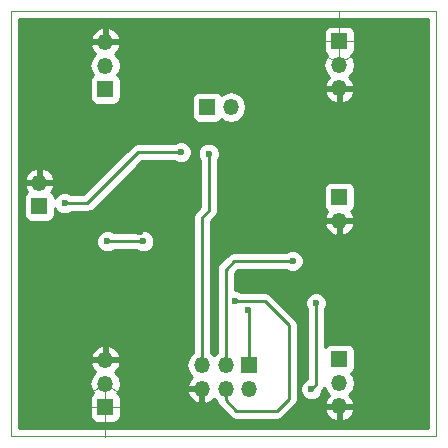
<source format=gbr>
G04 #@! TF.FileFunction,Copper,L2,Bot,Signal*
%FSLAX46Y46*%
G04 Gerber Fmt 4.6, Leading zero omitted, Abs format (unit mm)*
G04 Created by KiCad (PCBNEW 4.0.7) date 01/13/18 19:57:49*
%MOMM*%
%LPD*%
G01*
G04 APERTURE LIST*
%ADD10C,0.100000*%
%ADD11R,1.350000X1.350000*%
%ADD12O,1.350000X1.350000*%
%ADD13C,0.600000*%
%ADD14C,0.250000*%
%ADD15C,0.254000*%
G04 APERTURE END LIST*
D10*
X116000000Y-66000000D02*
X116000000Y-67000000D01*
X152000000Y-66000000D02*
X116000000Y-66000000D01*
X152000000Y-102000000D02*
X152000000Y-66000000D01*
X116000000Y-102000000D02*
X152000000Y-102000000D01*
X116000000Y-67000000D02*
X116000000Y-102000000D01*
X125618666Y-99568000D02*
G75*
G03X125618666Y-99568000I-1666666J0D01*
G01*
X121452000Y-99568000D02*
X126452000Y-99568000D01*
X123952000Y-97068000D02*
X123952000Y-102068000D01*
X145430666Y-68580000D02*
G75*
G03X145430666Y-68580000I-1666666J0D01*
G01*
X141264000Y-68580000D02*
X146264000Y-68580000D01*
X143764000Y-66080000D02*
X143764000Y-71080000D01*
D11*
X123952000Y-72644000D03*
D12*
X123952000Y-70644000D03*
X123952000Y-68644000D03*
D11*
X123952000Y-99568000D03*
D12*
X123952000Y-97568000D03*
X123952000Y-95568000D03*
D11*
X143764000Y-95504000D03*
D12*
X143764000Y-97504000D03*
X143764000Y-99504000D03*
D11*
X143764000Y-68580000D03*
D12*
X143764000Y-70580000D03*
X143764000Y-72580000D03*
D11*
X132588000Y-74168000D03*
D12*
X134588000Y-74168000D03*
D11*
X143764000Y-81788000D03*
D12*
X143764000Y-83788000D03*
D11*
X118364000Y-82550000D03*
D12*
X118364000Y-80550000D03*
D11*
X136144000Y-96012000D03*
D12*
X136144000Y-98012000D03*
X134144000Y-96012000D03*
X134144000Y-98012000D03*
X132144000Y-96012000D03*
X132144000Y-98012000D03*
D13*
X126936500Y-84709000D03*
X126936500Y-83121500D03*
X136080500Y-91376500D03*
X127190500Y-85534500D03*
X124142500Y-85534500D03*
X141795500Y-90741500D03*
X141414500Y-98044000D03*
X139827000Y-87185500D03*
X134937500Y-90614500D03*
X132715000Y-78105000D03*
X120523000Y-82296000D03*
X130365500Y-77978000D03*
D14*
X126936500Y-83121500D02*
X126936500Y-83185000D01*
X136144000Y-96012000D02*
X136144000Y-91376500D01*
X136144000Y-91376500D02*
X136080500Y-91376500D01*
X124142500Y-85534500D02*
X127190500Y-85534500D01*
X141795500Y-97663000D02*
X141795500Y-90741500D01*
X141414500Y-98044000D02*
X141795500Y-97663000D01*
X134144000Y-96012000D02*
X134144000Y-87915500D01*
X134874000Y-87185500D02*
X139827000Y-87185500D01*
X134144000Y-87915500D02*
X134874000Y-87185500D01*
X134144000Y-98012000D02*
X134144000Y-98965000D01*
X137477500Y-90614500D02*
X134937500Y-90614500D01*
X139509500Y-92646500D02*
X137477500Y-90614500D01*
X139509500Y-98869500D02*
X139509500Y-92646500D01*
X138493500Y-99885500D02*
X139509500Y-98869500D01*
X135064500Y-99885500D02*
X138493500Y-99885500D01*
X134144000Y-98965000D02*
X135064500Y-99885500D01*
X132144000Y-96012000D02*
X132144000Y-83502000D01*
X132715000Y-82931000D02*
X132715000Y-78105000D01*
X132144000Y-83502000D02*
X132715000Y-82931000D01*
X122428000Y-82296000D02*
X120523000Y-82296000D01*
X126746000Y-77978000D02*
X122428000Y-82296000D01*
X130365500Y-77978000D02*
X126746000Y-77978000D01*
D15*
G36*
X151315000Y-101315000D02*
X116685000Y-101315000D01*
X116685000Y-97568000D01*
X122616336Y-97568000D01*
X122716054Y-98069315D01*
X122917008Y-98370064D01*
X122825559Y-98428910D01*
X122680569Y-98641110D01*
X122629560Y-98893000D01*
X122629560Y-100243000D01*
X122673838Y-100478317D01*
X122812910Y-100694441D01*
X123025110Y-100839431D01*
X123277000Y-100890440D01*
X124627000Y-100890440D01*
X124862317Y-100846162D01*
X125078441Y-100707090D01*
X125223431Y-100494890D01*
X125274440Y-100243000D01*
X125274440Y-98893000D01*
X125230162Y-98657683D01*
X125091090Y-98441559D01*
X124986823Y-98370317D01*
X125006143Y-98341402D01*
X130876080Y-98341402D01*
X131098651Y-98801540D01*
X131480367Y-99141478D01*
X131814600Y-99279910D01*
X132017000Y-99156224D01*
X132017000Y-98139000D01*
X130998910Y-98139000D01*
X130876080Y-98341402D01*
X125006143Y-98341402D01*
X125187946Y-98069315D01*
X125287664Y-97568000D01*
X125187946Y-97066685D01*
X124903974Y-96641690D01*
X124786314Y-96563072D01*
X125081478Y-96231633D01*
X125183074Y-95986336D01*
X130834000Y-95986336D01*
X130834000Y-96037664D01*
X130933718Y-96538979D01*
X131217690Y-96963974D01*
X131315510Y-97029335D01*
X131098651Y-97222460D01*
X130876080Y-97682598D01*
X130998910Y-97885000D01*
X132017000Y-97885000D01*
X132017000Y-97865000D01*
X132271000Y-97865000D01*
X132271000Y-97885000D01*
X132291000Y-97885000D01*
X132291000Y-98139000D01*
X132271000Y-98139000D01*
X132271000Y-99156224D01*
X132473400Y-99279910D01*
X132807633Y-99141478D01*
X133139072Y-98846314D01*
X133217690Y-98963974D01*
X133409257Y-99091975D01*
X133441852Y-99255839D01*
X133606599Y-99502401D01*
X134527099Y-100422901D01*
X134773661Y-100587648D01*
X135064500Y-100645500D01*
X138493500Y-100645500D01*
X138784339Y-100587648D01*
X139030901Y-100422901D01*
X139620402Y-99833400D01*
X142496090Y-99833400D01*
X142634522Y-100167633D01*
X142974460Y-100549349D01*
X143434598Y-100771920D01*
X143637000Y-100649090D01*
X143637000Y-99631000D01*
X143891000Y-99631000D01*
X143891000Y-100649090D01*
X144093402Y-100771920D01*
X144553540Y-100549349D01*
X144893478Y-100167633D01*
X145031910Y-99833400D01*
X144908224Y-99631000D01*
X143891000Y-99631000D01*
X143637000Y-99631000D01*
X142619776Y-99631000D01*
X142496090Y-99833400D01*
X139620402Y-99833400D01*
X140046901Y-99406901D01*
X140211648Y-99160339D01*
X140269500Y-98869500D01*
X140269500Y-98229167D01*
X140479338Y-98229167D01*
X140621383Y-98572943D01*
X140884173Y-98836192D01*
X141227701Y-98978838D01*
X141599667Y-98979162D01*
X141943443Y-98837117D01*
X142206692Y-98574327D01*
X142349338Y-98230799D01*
X142349386Y-98175730D01*
X142497648Y-97953840D01*
X142507731Y-97903147D01*
X142528054Y-98005315D01*
X142812026Y-98430310D01*
X142929686Y-98508928D01*
X142634522Y-98840367D01*
X142496090Y-99174600D01*
X142619776Y-99377000D01*
X143637000Y-99377000D01*
X143637000Y-99357000D01*
X143891000Y-99357000D01*
X143891000Y-99377000D01*
X144908224Y-99377000D01*
X145031910Y-99174600D01*
X144893478Y-98840367D01*
X144598314Y-98508928D01*
X144715974Y-98430310D01*
X144999946Y-98005315D01*
X145099664Y-97504000D01*
X144999946Y-97002685D01*
X144798992Y-96701936D01*
X144890441Y-96643090D01*
X145035431Y-96430890D01*
X145086440Y-96179000D01*
X145086440Y-94829000D01*
X145042162Y-94593683D01*
X144903090Y-94377559D01*
X144690890Y-94232569D01*
X144439000Y-94181560D01*
X143089000Y-94181560D01*
X142853683Y-94225838D01*
X142637559Y-94364910D01*
X142555500Y-94485007D01*
X142555500Y-91303963D01*
X142587692Y-91271827D01*
X142730338Y-90928299D01*
X142730662Y-90556333D01*
X142588617Y-90212557D01*
X142325827Y-89949308D01*
X141982299Y-89806662D01*
X141610333Y-89806338D01*
X141266557Y-89948383D01*
X141003308Y-90211173D01*
X140860662Y-90554701D01*
X140860338Y-90926667D01*
X141002383Y-91270443D01*
X141035500Y-91303618D01*
X141035500Y-97188928D01*
X140885557Y-97250883D01*
X140622308Y-97513673D01*
X140479662Y-97857201D01*
X140479338Y-98229167D01*
X140269500Y-98229167D01*
X140269500Y-92646500D01*
X140211648Y-92355661D01*
X140046901Y-92109099D01*
X138014901Y-90077099D01*
X137768339Y-89912352D01*
X137477500Y-89854500D01*
X135499963Y-89854500D01*
X135467827Y-89822308D01*
X135124299Y-89679662D01*
X134904000Y-89679470D01*
X134904000Y-88230302D01*
X135188802Y-87945500D01*
X139264537Y-87945500D01*
X139296673Y-87977692D01*
X139640201Y-88120338D01*
X140012167Y-88120662D01*
X140355943Y-87978617D01*
X140619192Y-87715827D01*
X140761838Y-87372299D01*
X140762162Y-87000333D01*
X140620117Y-86656557D01*
X140357327Y-86393308D01*
X140013799Y-86250662D01*
X139641833Y-86250338D01*
X139298057Y-86392383D01*
X139264882Y-86425500D01*
X134874000Y-86425500D01*
X134583161Y-86483352D01*
X134336599Y-86648099D01*
X133606599Y-87378099D01*
X133441852Y-87624661D01*
X133384000Y-87915500D01*
X133384000Y-94948901D01*
X133217690Y-95060026D01*
X133144000Y-95170311D01*
X133070310Y-95060026D01*
X132904000Y-94948901D01*
X132904000Y-84117400D01*
X142496090Y-84117400D01*
X142634522Y-84451633D01*
X142974460Y-84833349D01*
X143434598Y-85055920D01*
X143637000Y-84933090D01*
X143637000Y-83915000D01*
X143891000Y-83915000D01*
X143891000Y-84933090D01*
X144093402Y-85055920D01*
X144553540Y-84833349D01*
X144893478Y-84451633D01*
X145031910Y-84117400D01*
X144908224Y-83915000D01*
X143891000Y-83915000D01*
X143637000Y-83915000D01*
X142619776Y-83915000D01*
X142496090Y-84117400D01*
X132904000Y-84117400D01*
X132904000Y-83816802D01*
X133252401Y-83468401D01*
X133417148Y-83221839D01*
X133475000Y-82931000D01*
X133475000Y-81113000D01*
X142441560Y-81113000D01*
X142441560Y-82463000D01*
X142485838Y-82698317D01*
X142624910Y-82914441D01*
X142747113Y-82997939D01*
X142634522Y-83124367D01*
X142496090Y-83458600D01*
X142619776Y-83661000D01*
X143637000Y-83661000D01*
X143637000Y-83641000D01*
X143891000Y-83641000D01*
X143891000Y-83661000D01*
X144908224Y-83661000D01*
X145031910Y-83458600D01*
X144893478Y-83124367D01*
X144780687Y-82997715D01*
X144890441Y-82927090D01*
X145035431Y-82714890D01*
X145086440Y-82463000D01*
X145086440Y-81113000D01*
X145042162Y-80877683D01*
X144903090Y-80661559D01*
X144690890Y-80516569D01*
X144439000Y-80465560D01*
X143089000Y-80465560D01*
X142853683Y-80509838D01*
X142637559Y-80648910D01*
X142492569Y-80861110D01*
X142441560Y-81113000D01*
X133475000Y-81113000D01*
X133475000Y-78667463D01*
X133507192Y-78635327D01*
X133649838Y-78291799D01*
X133650162Y-77919833D01*
X133508117Y-77576057D01*
X133245327Y-77312808D01*
X132901799Y-77170162D01*
X132529833Y-77169838D01*
X132186057Y-77311883D01*
X131922808Y-77574673D01*
X131780162Y-77918201D01*
X131779838Y-78290167D01*
X131921883Y-78633943D01*
X131955000Y-78667118D01*
X131955000Y-82616198D01*
X131606599Y-82964599D01*
X131441852Y-83211161D01*
X131384000Y-83502000D01*
X131384000Y-94948901D01*
X131217690Y-95060026D01*
X130933718Y-95485021D01*
X130834000Y-95986336D01*
X125183074Y-95986336D01*
X125219910Y-95897400D01*
X125096224Y-95695000D01*
X124079000Y-95695000D01*
X124079000Y-95715000D01*
X123825000Y-95715000D01*
X123825000Y-95695000D01*
X122807776Y-95695000D01*
X122684090Y-95897400D01*
X122822522Y-96231633D01*
X123117686Y-96563072D01*
X123000026Y-96641690D01*
X122716054Y-97066685D01*
X122616336Y-97568000D01*
X116685000Y-97568000D01*
X116685000Y-95238600D01*
X122684090Y-95238600D01*
X122807776Y-95441000D01*
X123825000Y-95441000D01*
X123825000Y-94422910D01*
X124079000Y-94422910D01*
X124079000Y-95441000D01*
X125096224Y-95441000D01*
X125219910Y-95238600D01*
X125081478Y-94904367D01*
X124741540Y-94522651D01*
X124281402Y-94300080D01*
X124079000Y-94422910D01*
X123825000Y-94422910D01*
X123622598Y-94300080D01*
X123162460Y-94522651D01*
X122822522Y-94904367D01*
X122684090Y-95238600D01*
X116685000Y-95238600D01*
X116685000Y-85719667D01*
X123207338Y-85719667D01*
X123349383Y-86063443D01*
X123612173Y-86326692D01*
X123955701Y-86469338D01*
X124327667Y-86469662D01*
X124671443Y-86327617D01*
X124704618Y-86294500D01*
X126628037Y-86294500D01*
X126660173Y-86326692D01*
X127003701Y-86469338D01*
X127375667Y-86469662D01*
X127719443Y-86327617D01*
X127982692Y-86064827D01*
X128125338Y-85721299D01*
X128125662Y-85349333D01*
X127983617Y-85005557D01*
X127720827Y-84742308D01*
X127377299Y-84599662D01*
X127005333Y-84599338D01*
X126661557Y-84741383D01*
X126628382Y-84774500D01*
X124704963Y-84774500D01*
X124672827Y-84742308D01*
X124329299Y-84599662D01*
X123957333Y-84599338D01*
X123613557Y-84741383D01*
X123350308Y-85004173D01*
X123207662Y-85347701D01*
X123207338Y-85719667D01*
X116685000Y-85719667D01*
X116685000Y-81875000D01*
X117041560Y-81875000D01*
X117041560Y-83225000D01*
X117085838Y-83460317D01*
X117224910Y-83676441D01*
X117437110Y-83821431D01*
X117689000Y-83872440D01*
X119039000Y-83872440D01*
X119274317Y-83828162D01*
X119490441Y-83689090D01*
X119635431Y-83476890D01*
X119686440Y-83225000D01*
X119686440Y-82719803D01*
X119729883Y-82824943D01*
X119992673Y-83088192D01*
X120336201Y-83230838D01*
X120708167Y-83231162D01*
X121051943Y-83089117D01*
X121085118Y-83056000D01*
X122428000Y-83056000D01*
X122718839Y-82998148D01*
X122965401Y-82833401D01*
X127060802Y-78738000D01*
X129803037Y-78738000D01*
X129835173Y-78770192D01*
X130178701Y-78912838D01*
X130550667Y-78913162D01*
X130894443Y-78771117D01*
X131157692Y-78508327D01*
X131300338Y-78164799D01*
X131300662Y-77792833D01*
X131158617Y-77449057D01*
X130895827Y-77185808D01*
X130552299Y-77043162D01*
X130180333Y-77042838D01*
X129836557Y-77184883D01*
X129803382Y-77218000D01*
X126746000Y-77218000D01*
X126455161Y-77275852D01*
X126208599Y-77440599D01*
X122113198Y-81536000D01*
X121085463Y-81536000D01*
X121053327Y-81503808D01*
X120709799Y-81361162D01*
X120337833Y-81360838D01*
X119994057Y-81502883D01*
X119730808Y-81765673D01*
X119686119Y-81873295D01*
X119642162Y-81639683D01*
X119503090Y-81423559D01*
X119380887Y-81340061D01*
X119493478Y-81213633D01*
X119631910Y-80879400D01*
X119508224Y-80677000D01*
X118491000Y-80677000D01*
X118491000Y-80697000D01*
X118237000Y-80697000D01*
X118237000Y-80677000D01*
X117219776Y-80677000D01*
X117096090Y-80879400D01*
X117234522Y-81213633D01*
X117347313Y-81340285D01*
X117237559Y-81410910D01*
X117092569Y-81623110D01*
X117041560Y-81875000D01*
X116685000Y-81875000D01*
X116685000Y-80220600D01*
X117096090Y-80220600D01*
X117219776Y-80423000D01*
X118237000Y-80423000D01*
X118237000Y-79404910D01*
X118491000Y-79404910D01*
X118491000Y-80423000D01*
X119508224Y-80423000D01*
X119631910Y-80220600D01*
X119493478Y-79886367D01*
X119153540Y-79504651D01*
X118693402Y-79282080D01*
X118491000Y-79404910D01*
X118237000Y-79404910D01*
X118034598Y-79282080D01*
X117574460Y-79504651D01*
X117234522Y-79886367D01*
X117096090Y-80220600D01*
X116685000Y-80220600D01*
X116685000Y-70644000D01*
X122616336Y-70644000D01*
X122716054Y-71145315D01*
X122917008Y-71446064D01*
X122825559Y-71504910D01*
X122680569Y-71717110D01*
X122629560Y-71969000D01*
X122629560Y-73319000D01*
X122673838Y-73554317D01*
X122812910Y-73770441D01*
X123025110Y-73915431D01*
X123277000Y-73966440D01*
X124627000Y-73966440D01*
X124862317Y-73922162D01*
X125078441Y-73783090D01*
X125223431Y-73570890D01*
X125239204Y-73493000D01*
X131265560Y-73493000D01*
X131265560Y-74843000D01*
X131309838Y-75078317D01*
X131448910Y-75294441D01*
X131661110Y-75439431D01*
X131913000Y-75490440D01*
X133263000Y-75490440D01*
X133498317Y-75446162D01*
X133714441Y-75307090D01*
X133785683Y-75202823D01*
X134086685Y-75403946D01*
X134588000Y-75503664D01*
X135089315Y-75403946D01*
X135514310Y-75119974D01*
X135798282Y-74694979D01*
X135898000Y-74193664D01*
X135898000Y-74142336D01*
X135798282Y-73641021D01*
X135514310Y-73216026D01*
X135089315Y-72932054D01*
X134975426Y-72909400D01*
X142496090Y-72909400D01*
X142634522Y-73243633D01*
X142974460Y-73625349D01*
X143434598Y-73847920D01*
X143637000Y-73725090D01*
X143637000Y-72707000D01*
X143891000Y-72707000D01*
X143891000Y-73725090D01*
X144093402Y-73847920D01*
X144553540Y-73625349D01*
X144893478Y-73243633D01*
X145031910Y-72909400D01*
X144908224Y-72707000D01*
X143891000Y-72707000D01*
X143637000Y-72707000D01*
X142619776Y-72707000D01*
X142496090Y-72909400D01*
X134975426Y-72909400D01*
X134588000Y-72832336D01*
X134086685Y-72932054D01*
X133785936Y-73133008D01*
X133727090Y-73041559D01*
X133514890Y-72896569D01*
X133263000Y-72845560D01*
X131913000Y-72845560D01*
X131677683Y-72889838D01*
X131461559Y-73028910D01*
X131316569Y-73241110D01*
X131265560Y-73493000D01*
X125239204Y-73493000D01*
X125274440Y-73319000D01*
X125274440Y-71969000D01*
X125230162Y-71733683D01*
X125091090Y-71517559D01*
X124986823Y-71446317D01*
X125187946Y-71145315D01*
X125287664Y-70644000D01*
X125274934Y-70580000D01*
X142428336Y-70580000D01*
X142528054Y-71081315D01*
X142812026Y-71506310D01*
X142929686Y-71584928D01*
X142634522Y-71916367D01*
X142496090Y-72250600D01*
X142619776Y-72453000D01*
X143637000Y-72453000D01*
X143637000Y-72433000D01*
X143891000Y-72433000D01*
X143891000Y-72453000D01*
X144908224Y-72453000D01*
X145031910Y-72250600D01*
X144893478Y-71916367D01*
X144598314Y-71584928D01*
X144715974Y-71506310D01*
X144999946Y-71081315D01*
X145099664Y-70580000D01*
X144999946Y-70078685D01*
X144798992Y-69777936D01*
X144890441Y-69719090D01*
X145035431Y-69506890D01*
X145086440Y-69255000D01*
X145086440Y-67905000D01*
X145042162Y-67669683D01*
X144903090Y-67453559D01*
X144690890Y-67308569D01*
X144439000Y-67257560D01*
X143089000Y-67257560D01*
X142853683Y-67301838D01*
X142637559Y-67440910D01*
X142492569Y-67653110D01*
X142441560Y-67905000D01*
X142441560Y-69255000D01*
X142485838Y-69490317D01*
X142624910Y-69706441D01*
X142729177Y-69777683D01*
X142528054Y-70078685D01*
X142428336Y-70580000D01*
X125274934Y-70580000D01*
X125187946Y-70142685D01*
X124903974Y-69717690D01*
X124786314Y-69639072D01*
X125081478Y-69307633D01*
X125219910Y-68973400D01*
X125096224Y-68771000D01*
X124079000Y-68771000D01*
X124079000Y-68791000D01*
X123825000Y-68791000D01*
X123825000Y-68771000D01*
X122807776Y-68771000D01*
X122684090Y-68973400D01*
X122822522Y-69307633D01*
X123117686Y-69639072D01*
X123000026Y-69717690D01*
X122716054Y-70142685D01*
X122616336Y-70644000D01*
X116685000Y-70644000D01*
X116685000Y-68314600D01*
X122684090Y-68314600D01*
X122807776Y-68517000D01*
X123825000Y-68517000D01*
X123825000Y-67498910D01*
X124079000Y-67498910D01*
X124079000Y-68517000D01*
X125096224Y-68517000D01*
X125219910Y-68314600D01*
X125081478Y-67980367D01*
X124741540Y-67598651D01*
X124281402Y-67376080D01*
X124079000Y-67498910D01*
X123825000Y-67498910D01*
X123622598Y-67376080D01*
X123162460Y-67598651D01*
X122822522Y-67980367D01*
X122684090Y-68314600D01*
X116685000Y-68314600D01*
X116685000Y-66685000D01*
X151315000Y-66685000D01*
X151315000Y-101315000D01*
X151315000Y-101315000D01*
G37*
X151315000Y-101315000D02*
X116685000Y-101315000D01*
X116685000Y-97568000D01*
X122616336Y-97568000D01*
X122716054Y-98069315D01*
X122917008Y-98370064D01*
X122825559Y-98428910D01*
X122680569Y-98641110D01*
X122629560Y-98893000D01*
X122629560Y-100243000D01*
X122673838Y-100478317D01*
X122812910Y-100694441D01*
X123025110Y-100839431D01*
X123277000Y-100890440D01*
X124627000Y-100890440D01*
X124862317Y-100846162D01*
X125078441Y-100707090D01*
X125223431Y-100494890D01*
X125274440Y-100243000D01*
X125274440Y-98893000D01*
X125230162Y-98657683D01*
X125091090Y-98441559D01*
X124986823Y-98370317D01*
X125006143Y-98341402D01*
X130876080Y-98341402D01*
X131098651Y-98801540D01*
X131480367Y-99141478D01*
X131814600Y-99279910D01*
X132017000Y-99156224D01*
X132017000Y-98139000D01*
X130998910Y-98139000D01*
X130876080Y-98341402D01*
X125006143Y-98341402D01*
X125187946Y-98069315D01*
X125287664Y-97568000D01*
X125187946Y-97066685D01*
X124903974Y-96641690D01*
X124786314Y-96563072D01*
X125081478Y-96231633D01*
X125183074Y-95986336D01*
X130834000Y-95986336D01*
X130834000Y-96037664D01*
X130933718Y-96538979D01*
X131217690Y-96963974D01*
X131315510Y-97029335D01*
X131098651Y-97222460D01*
X130876080Y-97682598D01*
X130998910Y-97885000D01*
X132017000Y-97885000D01*
X132017000Y-97865000D01*
X132271000Y-97865000D01*
X132271000Y-97885000D01*
X132291000Y-97885000D01*
X132291000Y-98139000D01*
X132271000Y-98139000D01*
X132271000Y-99156224D01*
X132473400Y-99279910D01*
X132807633Y-99141478D01*
X133139072Y-98846314D01*
X133217690Y-98963974D01*
X133409257Y-99091975D01*
X133441852Y-99255839D01*
X133606599Y-99502401D01*
X134527099Y-100422901D01*
X134773661Y-100587648D01*
X135064500Y-100645500D01*
X138493500Y-100645500D01*
X138784339Y-100587648D01*
X139030901Y-100422901D01*
X139620402Y-99833400D01*
X142496090Y-99833400D01*
X142634522Y-100167633D01*
X142974460Y-100549349D01*
X143434598Y-100771920D01*
X143637000Y-100649090D01*
X143637000Y-99631000D01*
X143891000Y-99631000D01*
X143891000Y-100649090D01*
X144093402Y-100771920D01*
X144553540Y-100549349D01*
X144893478Y-100167633D01*
X145031910Y-99833400D01*
X144908224Y-99631000D01*
X143891000Y-99631000D01*
X143637000Y-99631000D01*
X142619776Y-99631000D01*
X142496090Y-99833400D01*
X139620402Y-99833400D01*
X140046901Y-99406901D01*
X140211648Y-99160339D01*
X140269500Y-98869500D01*
X140269500Y-98229167D01*
X140479338Y-98229167D01*
X140621383Y-98572943D01*
X140884173Y-98836192D01*
X141227701Y-98978838D01*
X141599667Y-98979162D01*
X141943443Y-98837117D01*
X142206692Y-98574327D01*
X142349338Y-98230799D01*
X142349386Y-98175730D01*
X142497648Y-97953840D01*
X142507731Y-97903147D01*
X142528054Y-98005315D01*
X142812026Y-98430310D01*
X142929686Y-98508928D01*
X142634522Y-98840367D01*
X142496090Y-99174600D01*
X142619776Y-99377000D01*
X143637000Y-99377000D01*
X143637000Y-99357000D01*
X143891000Y-99357000D01*
X143891000Y-99377000D01*
X144908224Y-99377000D01*
X145031910Y-99174600D01*
X144893478Y-98840367D01*
X144598314Y-98508928D01*
X144715974Y-98430310D01*
X144999946Y-98005315D01*
X145099664Y-97504000D01*
X144999946Y-97002685D01*
X144798992Y-96701936D01*
X144890441Y-96643090D01*
X145035431Y-96430890D01*
X145086440Y-96179000D01*
X145086440Y-94829000D01*
X145042162Y-94593683D01*
X144903090Y-94377559D01*
X144690890Y-94232569D01*
X144439000Y-94181560D01*
X143089000Y-94181560D01*
X142853683Y-94225838D01*
X142637559Y-94364910D01*
X142555500Y-94485007D01*
X142555500Y-91303963D01*
X142587692Y-91271827D01*
X142730338Y-90928299D01*
X142730662Y-90556333D01*
X142588617Y-90212557D01*
X142325827Y-89949308D01*
X141982299Y-89806662D01*
X141610333Y-89806338D01*
X141266557Y-89948383D01*
X141003308Y-90211173D01*
X140860662Y-90554701D01*
X140860338Y-90926667D01*
X141002383Y-91270443D01*
X141035500Y-91303618D01*
X141035500Y-97188928D01*
X140885557Y-97250883D01*
X140622308Y-97513673D01*
X140479662Y-97857201D01*
X140479338Y-98229167D01*
X140269500Y-98229167D01*
X140269500Y-92646500D01*
X140211648Y-92355661D01*
X140046901Y-92109099D01*
X138014901Y-90077099D01*
X137768339Y-89912352D01*
X137477500Y-89854500D01*
X135499963Y-89854500D01*
X135467827Y-89822308D01*
X135124299Y-89679662D01*
X134904000Y-89679470D01*
X134904000Y-88230302D01*
X135188802Y-87945500D01*
X139264537Y-87945500D01*
X139296673Y-87977692D01*
X139640201Y-88120338D01*
X140012167Y-88120662D01*
X140355943Y-87978617D01*
X140619192Y-87715827D01*
X140761838Y-87372299D01*
X140762162Y-87000333D01*
X140620117Y-86656557D01*
X140357327Y-86393308D01*
X140013799Y-86250662D01*
X139641833Y-86250338D01*
X139298057Y-86392383D01*
X139264882Y-86425500D01*
X134874000Y-86425500D01*
X134583161Y-86483352D01*
X134336599Y-86648099D01*
X133606599Y-87378099D01*
X133441852Y-87624661D01*
X133384000Y-87915500D01*
X133384000Y-94948901D01*
X133217690Y-95060026D01*
X133144000Y-95170311D01*
X133070310Y-95060026D01*
X132904000Y-94948901D01*
X132904000Y-84117400D01*
X142496090Y-84117400D01*
X142634522Y-84451633D01*
X142974460Y-84833349D01*
X143434598Y-85055920D01*
X143637000Y-84933090D01*
X143637000Y-83915000D01*
X143891000Y-83915000D01*
X143891000Y-84933090D01*
X144093402Y-85055920D01*
X144553540Y-84833349D01*
X144893478Y-84451633D01*
X145031910Y-84117400D01*
X144908224Y-83915000D01*
X143891000Y-83915000D01*
X143637000Y-83915000D01*
X142619776Y-83915000D01*
X142496090Y-84117400D01*
X132904000Y-84117400D01*
X132904000Y-83816802D01*
X133252401Y-83468401D01*
X133417148Y-83221839D01*
X133475000Y-82931000D01*
X133475000Y-81113000D01*
X142441560Y-81113000D01*
X142441560Y-82463000D01*
X142485838Y-82698317D01*
X142624910Y-82914441D01*
X142747113Y-82997939D01*
X142634522Y-83124367D01*
X142496090Y-83458600D01*
X142619776Y-83661000D01*
X143637000Y-83661000D01*
X143637000Y-83641000D01*
X143891000Y-83641000D01*
X143891000Y-83661000D01*
X144908224Y-83661000D01*
X145031910Y-83458600D01*
X144893478Y-83124367D01*
X144780687Y-82997715D01*
X144890441Y-82927090D01*
X145035431Y-82714890D01*
X145086440Y-82463000D01*
X145086440Y-81113000D01*
X145042162Y-80877683D01*
X144903090Y-80661559D01*
X144690890Y-80516569D01*
X144439000Y-80465560D01*
X143089000Y-80465560D01*
X142853683Y-80509838D01*
X142637559Y-80648910D01*
X142492569Y-80861110D01*
X142441560Y-81113000D01*
X133475000Y-81113000D01*
X133475000Y-78667463D01*
X133507192Y-78635327D01*
X133649838Y-78291799D01*
X133650162Y-77919833D01*
X133508117Y-77576057D01*
X133245327Y-77312808D01*
X132901799Y-77170162D01*
X132529833Y-77169838D01*
X132186057Y-77311883D01*
X131922808Y-77574673D01*
X131780162Y-77918201D01*
X131779838Y-78290167D01*
X131921883Y-78633943D01*
X131955000Y-78667118D01*
X131955000Y-82616198D01*
X131606599Y-82964599D01*
X131441852Y-83211161D01*
X131384000Y-83502000D01*
X131384000Y-94948901D01*
X131217690Y-95060026D01*
X130933718Y-95485021D01*
X130834000Y-95986336D01*
X125183074Y-95986336D01*
X125219910Y-95897400D01*
X125096224Y-95695000D01*
X124079000Y-95695000D01*
X124079000Y-95715000D01*
X123825000Y-95715000D01*
X123825000Y-95695000D01*
X122807776Y-95695000D01*
X122684090Y-95897400D01*
X122822522Y-96231633D01*
X123117686Y-96563072D01*
X123000026Y-96641690D01*
X122716054Y-97066685D01*
X122616336Y-97568000D01*
X116685000Y-97568000D01*
X116685000Y-95238600D01*
X122684090Y-95238600D01*
X122807776Y-95441000D01*
X123825000Y-95441000D01*
X123825000Y-94422910D01*
X124079000Y-94422910D01*
X124079000Y-95441000D01*
X125096224Y-95441000D01*
X125219910Y-95238600D01*
X125081478Y-94904367D01*
X124741540Y-94522651D01*
X124281402Y-94300080D01*
X124079000Y-94422910D01*
X123825000Y-94422910D01*
X123622598Y-94300080D01*
X123162460Y-94522651D01*
X122822522Y-94904367D01*
X122684090Y-95238600D01*
X116685000Y-95238600D01*
X116685000Y-85719667D01*
X123207338Y-85719667D01*
X123349383Y-86063443D01*
X123612173Y-86326692D01*
X123955701Y-86469338D01*
X124327667Y-86469662D01*
X124671443Y-86327617D01*
X124704618Y-86294500D01*
X126628037Y-86294500D01*
X126660173Y-86326692D01*
X127003701Y-86469338D01*
X127375667Y-86469662D01*
X127719443Y-86327617D01*
X127982692Y-86064827D01*
X128125338Y-85721299D01*
X128125662Y-85349333D01*
X127983617Y-85005557D01*
X127720827Y-84742308D01*
X127377299Y-84599662D01*
X127005333Y-84599338D01*
X126661557Y-84741383D01*
X126628382Y-84774500D01*
X124704963Y-84774500D01*
X124672827Y-84742308D01*
X124329299Y-84599662D01*
X123957333Y-84599338D01*
X123613557Y-84741383D01*
X123350308Y-85004173D01*
X123207662Y-85347701D01*
X123207338Y-85719667D01*
X116685000Y-85719667D01*
X116685000Y-81875000D01*
X117041560Y-81875000D01*
X117041560Y-83225000D01*
X117085838Y-83460317D01*
X117224910Y-83676441D01*
X117437110Y-83821431D01*
X117689000Y-83872440D01*
X119039000Y-83872440D01*
X119274317Y-83828162D01*
X119490441Y-83689090D01*
X119635431Y-83476890D01*
X119686440Y-83225000D01*
X119686440Y-82719803D01*
X119729883Y-82824943D01*
X119992673Y-83088192D01*
X120336201Y-83230838D01*
X120708167Y-83231162D01*
X121051943Y-83089117D01*
X121085118Y-83056000D01*
X122428000Y-83056000D01*
X122718839Y-82998148D01*
X122965401Y-82833401D01*
X127060802Y-78738000D01*
X129803037Y-78738000D01*
X129835173Y-78770192D01*
X130178701Y-78912838D01*
X130550667Y-78913162D01*
X130894443Y-78771117D01*
X131157692Y-78508327D01*
X131300338Y-78164799D01*
X131300662Y-77792833D01*
X131158617Y-77449057D01*
X130895827Y-77185808D01*
X130552299Y-77043162D01*
X130180333Y-77042838D01*
X129836557Y-77184883D01*
X129803382Y-77218000D01*
X126746000Y-77218000D01*
X126455161Y-77275852D01*
X126208599Y-77440599D01*
X122113198Y-81536000D01*
X121085463Y-81536000D01*
X121053327Y-81503808D01*
X120709799Y-81361162D01*
X120337833Y-81360838D01*
X119994057Y-81502883D01*
X119730808Y-81765673D01*
X119686119Y-81873295D01*
X119642162Y-81639683D01*
X119503090Y-81423559D01*
X119380887Y-81340061D01*
X119493478Y-81213633D01*
X119631910Y-80879400D01*
X119508224Y-80677000D01*
X118491000Y-80677000D01*
X118491000Y-80697000D01*
X118237000Y-80697000D01*
X118237000Y-80677000D01*
X117219776Y-80677000D01*
X117096090Y-80879400D01*
X117234522Y-81213633D01*
X117347313Y-81340285D01*
X117237559Y-81410910D01*
X117092569Y-81623110D01*
X117041560Y-81875000D01*
X116685000Y-81875000D01*
X116685000Y-80220600D01*
X117096090Y-80220600D01*
X117219776Y-80423000D01*
X118237000Y-80423000D01*
X118237000Y-79404910D01*
X118491000Y-79404910D01*
X118491000Y-80423000D01*
X119508224Y-80423000D01*
X119631910Y-80220600D01*
X119493478Y-79886367D01*
X119153540Y-79504651D01*
X118693402Y-79282080D01*
X118491000Y-79404910D01*
X118237000Y-79404910D01*
X118034598Y-79282080D01*
X117574460Y-79504651D01*
X117234522Y-79886367D01*
X117096090Y-80220600D01*
X116685000Y-80220600D01*
X116685000Y-70644000D01*
X122616336Y-70644000D01*
X122716054Y-71145315D01*
X122917008Y-71446064D01*
X122825559Y-71504910D01*
X122680569Y-71717110D01*
X122629560Y-71969000D01*
X122629560Y-73319000D01*
X122673838Y-73554317D01*
X122812910Y-73770441D01*
X123025110Y-73915431D01*
X123277000Y-73966440D01*
X124627000Y-73966440D01*
X124862317Y-73922162D01*
X125078441Y-73783090D01*
X125223431Y-73570890D01*
X125239204Y-73493000D01*
X131265560Y-73493000D01*
X131265560Y-74843000D01*
X131309838Y-75078317D01*
X131448910Y-75294441D01*
X131661110Y-75439431D01*
X131913000Y-75490440D01*
X133263000Y-75490440D01*
X133498317Y-75446162D01*
X133714441Y-75307090D01*
X133785683Y-75202823D01*
X134086685Y-75403946D01*
X134588000Y-75503664D01*
X135089315Y-75403946D01*
X135514310Y-75119974D01*
X135798282Y-74694979D01*
X135898000Y-74193664D01*
X135898000Y-74142336D01*
X135798282Y-73641021D01*
X135514310Y-73216026D01*
X135089315Y-72932054D01*
X134975426Y-72909400D01*
X142496090Y-72909400D01*
X142634522Y-73243633D01*
X142974460Y-73625349D01*
X143434598Y-73847920D01*
X143637000Y-73725090D01*
X143637000Y-72707000D01*
X143891000Y-72707000D01*
X143891000Y-73725090D01*
X144093402Y-73847920D01*
X144553540Y-73625349D01*
X144893478Y-73243633D01*
X145031910Y-72909400D01*
X144908224Y-72707000D01*
X143891000Y-72707000D01*
X143637000Y-72707000D01*
X142619776Y-72707000D01*
X142496090Y-72909400D01*
X134975426Y-72909400D01*
X134588000Y-72832336D01*
X134086685Y-72932054D01*
X133785936Y-73133008D01*
X133727090Y-73041559D01*
X133514890Y-72896569D01*
X133263000Y-72845560D01*
X131913000Y-72845560D01*
X131677683Y-72889838D01*
X131461559Y-73028910D01*
X131316569Y-73241110D01*
X131265560Y-73493000D01*
X125239204Y-73493000D01*
X125274440Y-73319000D01*
X125274440Y-71969000D01*
X125230162Y-71733683D01*
X125091090Y-71517559D01*
X124986823Y-71446317D01*
X125187946Y-71145315D01*
X125287664Y-70644000D01*
X125274934Y-70580000D01*
X142428336Y-70580000D01*
X142528054Y-71081315D01*
X142812026Y-71506310D01*
X142929686Y-71584928D01*
X142634522Y-71916367D01*
X142496090Y-72250600D01*
X142619776Y-72453000D01*
X143637000Y-72453000D01*
X143637000Y-72433000D01*
X143891000Y-72433000D01*
X143891000Y-72453000D01*
X144908224Y-72453000D01*
X145031910Y-72250600D01*
X144893478Y-71916367D01*
X144598314Y-71584928D01*
X144715974Y-71506310D01*
X144999946Y-71081315D01*
X145099664Y-70580000D01*
X144999946Y-70078685D01*
X144798992Y-69777936D01*
X144890441Y-69719090D01*
X145035431Y-69506890D01*
X145086440Y-69255000D01*
X145086440Y-67905000D01*
X145042162Y-67669683D01*
X144903090Y-67453559D01*
X144690890Y-67308569D01*
X144439000Y-67257560D01*
X143089000Y-67257560D01*
X142853683Y-67301838D01*
X142637559Y-67440910D01*
X142492569Y-67653110D01*
X142441560Y-67905000D01*
X142441560Y-69255000D01*
X142485838Y-69490317D01*
X142624910Y-69706441D01*
X142729177Y-69777683D01*
X142528054Y-70078685D01*
X142428336Y-70580000D01*
X125274934Y-70580000D01*
X125187946Y-70142685D01*
X124903974Y-69717690D01*
X124786314Y-69639072D01*
X125081478Y-69307633D01*
X125219910Y-68973400D01*
X125096224Y-68771000D01*
X124079000Y-68771000D01*
X124079000Y-68791000D01*
X123825000Y-68791000D01*
X123825000Y-68771000D01*
X122807776Y-68771000D01*
X122684090Y-68973400D01*
X122822522Y-69307633D01*
X123117686Y-69639072D01*
X123000026Y-69717690D01*
X122716054Y-70142685D01*
X122616336Y-70644000D01*
X116685000Y-70644000D01*
X116685000Y-68314600D01*
X122684090Y-68314600D01*
X122807776Y-68517000D01*
X123825000Y-68517000D01*
X123825000Y-67498910D01*
X124079000Y-67498910D01*
X124079000Y-68517000D01*
X125096224Y-68517000D01*
X125219910Y-68314600D01*
X125081478Y-67980367D01*
X124741540Y-67598651D01*
X124281402Y-67376080D01*
X124079000Y-67498910D01*
X123825000Y-67498910D01*
X123622598Y-67376080D01*
X123162460Y-67598651D01*
X122822522Y-67980367D01*
X122684090Y-68314600D01*
X116685000Y-68314600D01*
X116685000Y-66685000D01*
X151315000Y-66685000D01*
X151315000Y-101315000D01*
M02*

</source>
